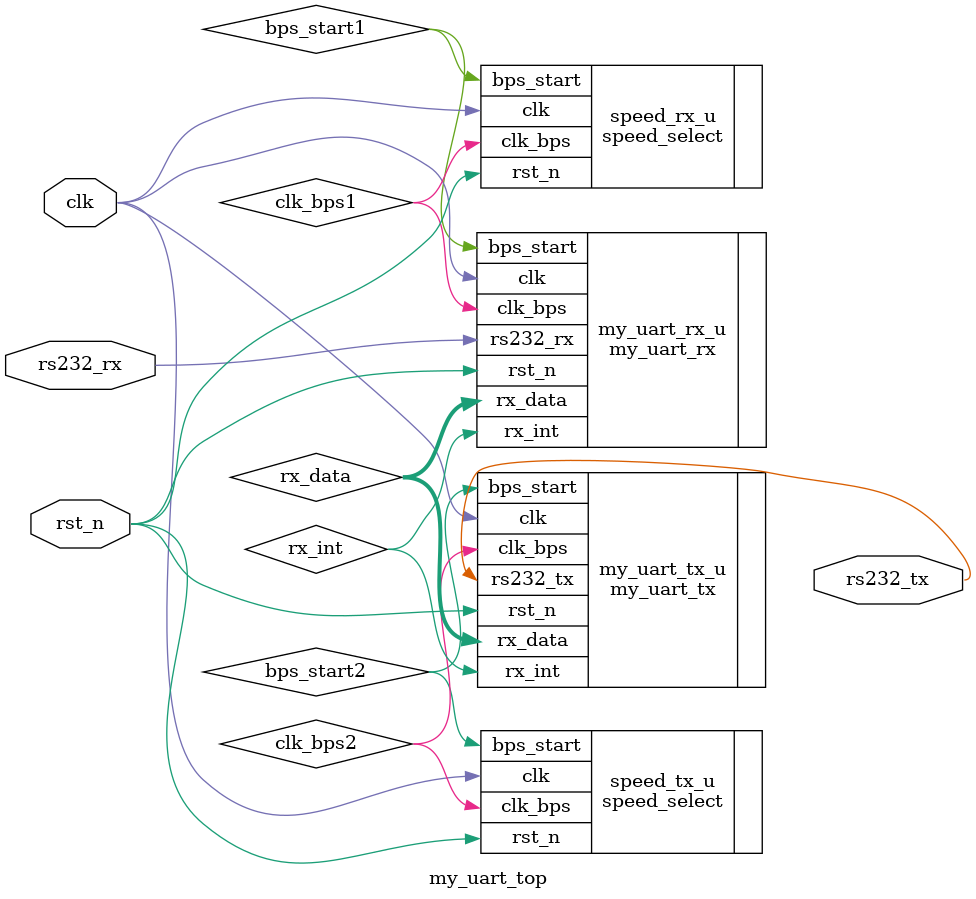
<source format=v>
`timescale 1ns / 1ps
module my_uart_top(
                clk         ,
                rst_n       ,
                rs232_rx    ,
                rs232_tx
                );

input clk;          // 50MHz主时钟
input rst_n;        //低电平复位信号

input rs232_rx;     // RS232接收数据信号
output rs232_tx;    //  RS232发送数据信号

wire bps_start1,bps_start2; //接收到数据后，波特率时钟启动信号置位
wire clk_bps1,clk_bps2;     // clk_bps_r高电平为接收数据位的中间采样点,同时也作为发送数据的数据改变点
wire[7:0] rx_data;  //接收数据寄存器，保存直至下一个数据来到
wire rx_int;        //接收数据中断信号,接收到数据期间始终为高电平

speed_select        speed_rx_u(
                            .clk(clk),  //波特率选择模块
                            .rst_n(rst_n),
                            .bps_start(bps_start1),
                            .clk_bps(clk_bps1)
                        );

my_uart_rx          my_uart_rx_u(
                            .clk(clk),  //接收数据模块
                            .rst_n(rst_n),
                            .rs232_rx(rs232_rx),
                            .rx_data(rx_data),
                            .rx_int(rx_int),
                            .clk_bps(clk_bps1),
                            .bps_start(bps_start1)
                        );


speed_select        speed_tx_u(
                            .clk(clk),  //波特率选择模块
                            .rst_n(rst_n),
                            .bps_start(bps_start2),
                            .clk_bps(clk_bps2)
                        );

my_uart_tx          my_uart_tx_u(
                            .clk(clk),  //发送数据模块
                            .rst_n(rst_n),
                            .rx_data(rx_data),
                            .rx_int(rx_int),
                            .rs232_tx(rs232_tx),
                            .clk_bps(clk_bps2),
                            .bps_start(bps_start2)
                        );

endmodule

</source>
